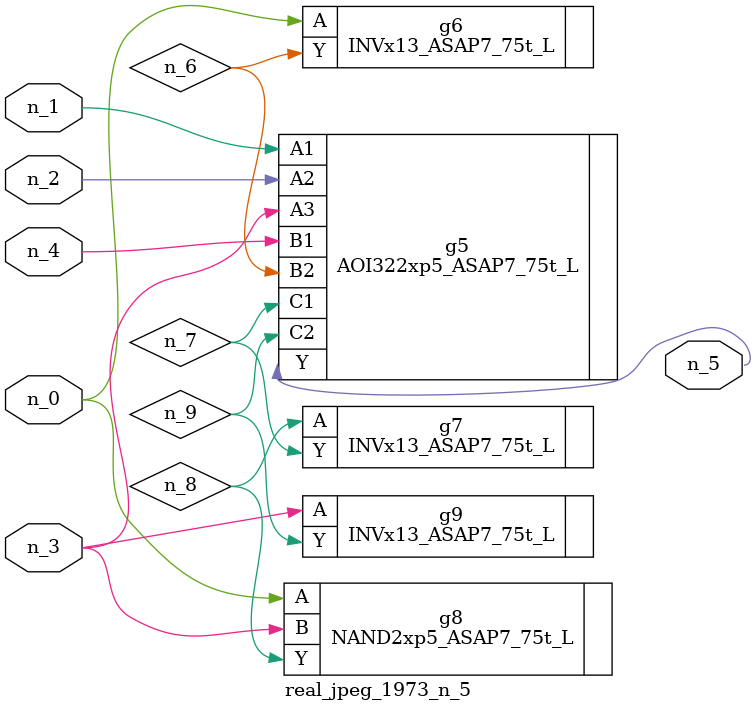
<source format=v>
module real_jpeg_1973_n_5 (n_4, n_0, n_1, n_2, n_3, n_5);

input n_4;
input n_0;
input n_1;
input n_2;
input n_3;

output n_5;

wire n_8;
wire n_6;
wire n_7;
wire n_9;

INVx13_ASAP7_75t_L g6 ( 
.A(n_0),
.Y(n_6)
);

NAND2xp5_ASAP7_75t_L g8 ( 
.A(n_0),
.B(n_3),
.Y(n_8)
);

AOI322xp5_ASAP7_75t_L g5 ( 
.A1(n_1),
.A2(n_2),
.A3(n_3),
.B1(n_4),
.B2(n_6),
.C1(n_7),
.C2(n_9),
.Y(n_5)
);

INVx13_ASAP7_75t_L g9 ( 
.A(n_3),
.Y(n_9)
);

INVx13_ASAP7_75t_L g7 ( 
.A(n_8),
.Y(n_7)
);


endmodule
</source>
